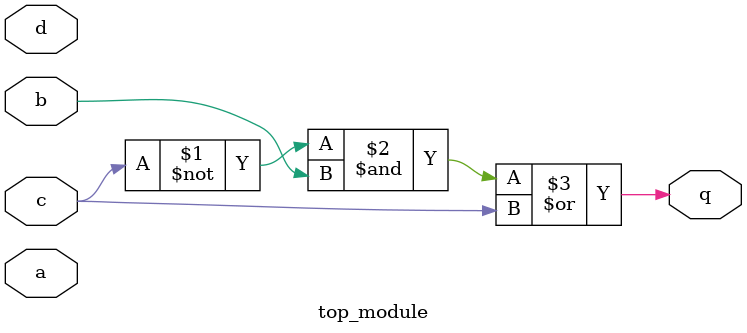
<source format=v>
module top_module (
    input a,
    input b,
    input c,
    input d,
    output q );//

    assign q = ((~c)&b)|(c); // Fix me

endmodule
</source>
